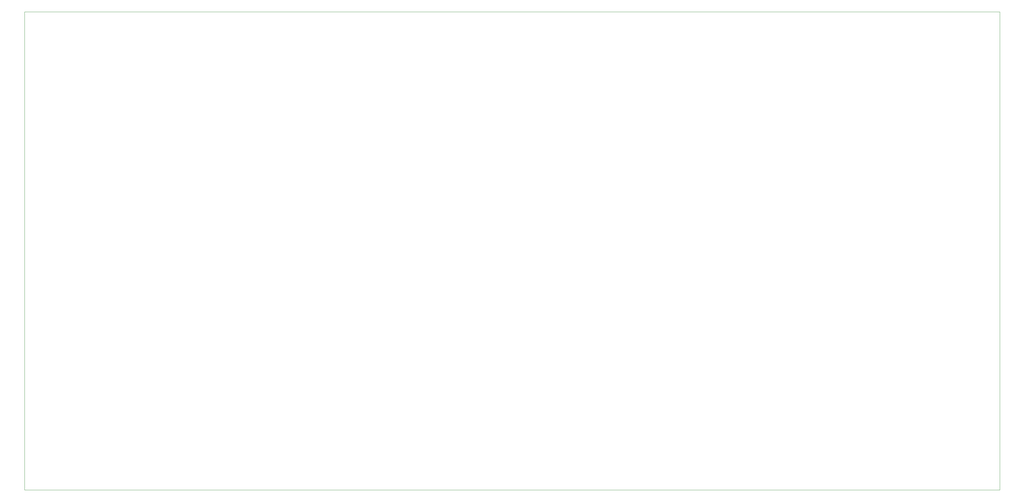
<source format=gbr>
%TF.GenerationSoftware,KiCad,Pcbnew,8.0.7*%
%TF.CreationDate,2024-12-20T12:02:52-05:00*%
%TF.ProjectId,HMS Olfactometer,484d5320-4f6c-4666-9163-746f6d657465,rev?*%
%TF.SameCoordinates,Original*%
%TF.FileFunction,Profile,NP*%
%FSLAX46Y46*%
G04 Gerber Fmt 4.6, Leading zero omitted, Abs format (unit mm)*
G04 Created by KiCad (PCBNEW 8.0.7) date 2024-12-20 12:02:52*
%MOMM*%
%LPD*%
G01*
G04 APERTURE LIST*
%TA.AperFunction,Profile*%
%ADD10C,0.050000*%
%TD*%
G04 APERTURE END LIST*
D10*
X30480000Y-33020000D02*
X309880000Y-33020000D01*
X309880000Y-170180000D01*
X30480000Y-170180000D01*
X30480000Y-33020000D01*
M02*

</source>
